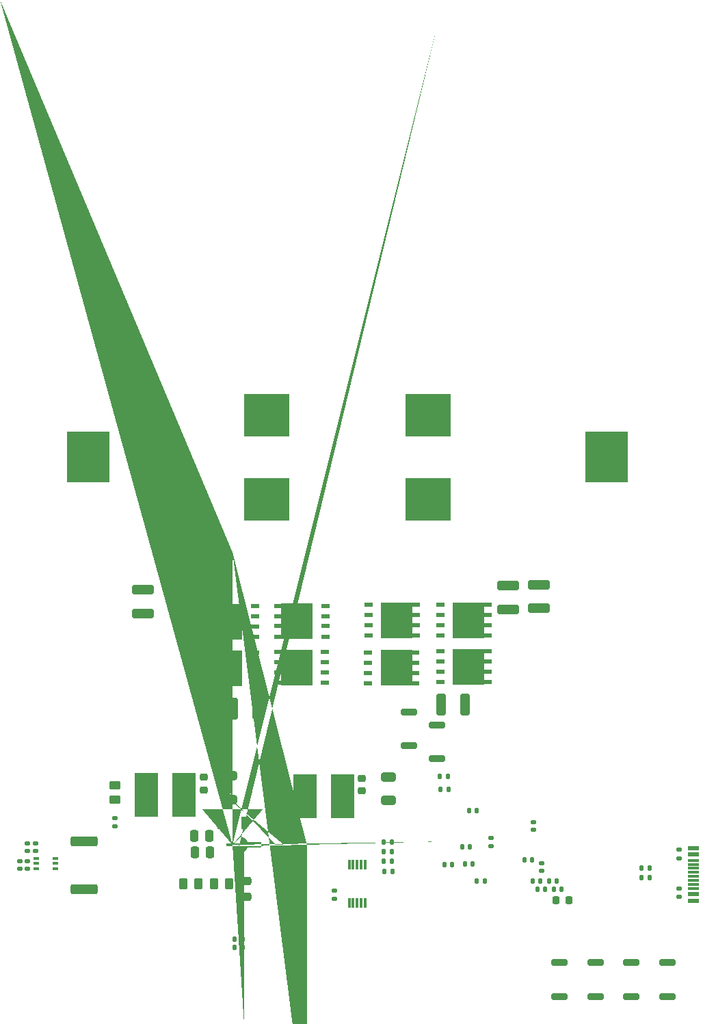
<source format=gbr>
%TF.GenerationSoftware,KiCad,Pcbnew,8.0.3*%
%TF.CreationDate,2024-07-22T22:22:07+10:00*%
%TF.ProjectId,MPPT,4d505054-2e6b-4696-9361-645f70636258,rev?*%
%TF.SameCoordinates,Original*%
%TF.FileFunction,Paste,Top*%
%TF.FilePolarity,Positive*%
%FSLAX46Y46*%
G04 Gerber Fmt 4.6, Leading zero omitted, Abs format (unit mm)*
G04 Created by KiCad (PCBNEW 8.0.3) date 2024-07-22 22:22:07*
%MOMM*%
%LPD*%
G01*
G04 APERTURE LIST*
G04 Aperture macros list*
%AMRoundRect*
0 Rectangle with rounded corners*
0 $1 Rounding radius*
0 $2 $3 $4 $5 $6 $7 $8 $9 X,Y pos of 4 corners*
0 Add a 4 corners polygon primitive as box body*
4,1,4,$2,$3,$4,$5,$6,$7,$8,$9,$2,$3,0*
0 Add four circle primitives for the rounded corners*
1,1,$1+$1,$2,$3*
1,1,$1+$1,$4,$5*
1,1,$1+$1,$6,$7*
1,1,$1+$1,$8,$9*
0 Add four rect primitives between the rounded corners*
20,1,$1+$1,$2,$3,$4,$5,0*
20,1,$1+$1,$4,$5,$6,$7,0*
20,1,$1+$1,$6,$7,$8,$9,0*
20,1,$1+$1,$8,$9,$2,$3,0*%
%AMFreePoly0*
4,1,149,1.029806,0.999029,1.079806,0.989029,1.082127,0.988507,1.120971,0.978796,1.169806,0.969029,1.172127,0.968507,1.252127,0.948507,1.262361,0.944721,1.297451,0.927176,1.332127,0.918507,1.342361,0.914721,1.422361,0.874721,1.430000,0.870000,1.466394,0.842704,1.502361,0.824721,1.515355,0.815355,1.542840,0.787870,1.580000,0.760000,1.585355,0.755355,1.705355,0.635355,
1.710000,0.630000,1.737870,0.592840,1.765355,0.565355,1.774721,0.552361,1.834721,0.432361,1.838507,0.422127,1.849039,0.380000,3.510000,0.380000,3.545355,0.365355,3.560000,0.330000,3.560000,-0.330000,3.545355,-0.365355,3.510000,-0.380000,1.849039,-0.380000,1.838507,-0.422127,1.834721,-0.432361,1.774721,-0.552361,1.765355,-0.565355,1.737870,-0.592840,1.710000,-0.630000,
1.705355,-0.635355,1.647870,-0.692840,1.620000,-0.730000,1.607735,-0.741603,1.578884,-0.760837,1.542840,-0.787870,1.515355,-0.815355,1.502361,-0.824721,1.466394,-0.842704,1.430000,-0.870000,1.422361,-0.874721,1.342361,-0.914721,1.332127,-0.918507,1.297451,-0.927176,1.262361,-0.944721,1.252127,-0.948507,1.172127,-0.968507,1.169806,-0.969029,1.120971,-0.978796,1.082127,-0.988507,
1.079806,-0.989029,1.029806,-0.999029,1.020000,-1.000000,-1.010000,-1.000000,-1.022127,-0.998507,-1.060971,-0.988796,-1.109806,-0.979029,-1.112127,-0.978507,-1.190971,-0.958796,-1.239806,-0.949029,-1.252361,-0.944721,-1.287451,-0.927176,-1.322127,-0.918507,-1.332361,-0.914721,-1.412361,-0.874721,-1.420000,-0.870000,-1.458884,-0.840837,-1.487735,-0.821603,-1.490000,-0.820000,-1.530000,-0.790000,
-1.535355,-0.785355,-1.559617,-0.761093,-1.592361,-0.744721,-1.610000,-0.730000,-1.637870,-0.692840,-1.695355,-0.635355,-1.700000,-0.630000,-1.730000,-0.590000,-1.731603,-0.587735,-1.751603,-0.557735,-1.754721,-0.552361,-1.772704,-0.516394,-1.800000,-0.480000,-1.804721,-0.472361,-1.844721,-0.392361,-1.848507,-0.382127,-1.857176,-0.347451,-1.874721,-0.312361,-1.879029,-0.299806,-1.888796,-0.250971,
-1.908507,-0.172127,-1.910000,-0.160000,-1.910000,-0.116155,-1.918507,-0.082127,-1.920000,-0.070000,-1.920000,0.070000,-1.918507,0.082127,-1.910000,0.116155,-1.910000,0.150000,-1.909029,0.159806,-1.899029,0.209806,-1.898507,0.212127,-1.878507,0.292127,-1.876424,0.298570,-1.857683,0.345421,-1.848507,0.382127,-1.844721,0.392361,-1.804721,0.472361,-1.800000,0.480000,-1.772704,0.516394,
-1.754721,0.552361,-1.751603,0.557735,-1.731603,0.587735,-1.730000,0.590000,-1.700000,0.630000,-1.695355,0.635355,-1.605355,0.725355,-1.600000,0.730000,-1.562840,0.757870,-1.535355,0.785355,-1.530000,0.790000,-1.490000,0.820000,-1.487735,0.821603,-1.458884,0.840837,-1.420000,0.870000,-1.412361,0.874721,-1.332361,0.914721,-1.322127,0.918507,-1.287451,0.927176,-1.252361,0.944721,
-1.239806,0.949029,-1.190971,0.958796,-1.112127,0.978507,-1.109806,0.979029,-1.060971,0.988796,-1.022127,0.998507,-1.010000,1.000000,1.020000,1.000000,1.029806,0.999029,1.029806,0.999029,$1*%
G04 Aperture macros list end*
%ADD10R,1.450000X0.600000*%
%ADD11R,1.450000X0.300000*%
%ADD12RoundRect,0.250000X1.100000X-0.325000X1.100000X0.325000X-1.100000X0.325000X-1.100000X-0.325000X0*%
%ADD13RoundRect,0.250000X0.325000X1.100000X-0.325000X1.100000X-0.325000X-1.100000X0.325000X-1.100000X0*%
%ADD14RoundRect,0.250000X-0.325000X-1.100000X0.325000X-1.100000X0.325000X1.100000X-0.325000X1.100000X0*%
%ADD15RoundRect,0.135000X-0.135000X-0.185000X0.135000X-0.185000X0.135000X0.185000X-0.135000X0.185000X0*%
%ADD16RoundRect,0.135000X0.135000X0.185000X-0.135000X0.185000X-0.135000X-0.185000X0.135000X-0.185000X0*%
%ADD17RoundRect,0.135000X-0.185000X0.135000X-0.185000X-0.135000X0.185000X-0.135000X0.185000X0.135000X0*%
%ADD18RoundRect,0.250000X-0.450000X0.262500X-0.450000X-0.262500X0.450000X-0.262500X0.450000X0.262500X0*%
%ADD19RoundRect,0.135000X0.185000X-0.135000X0.185000X0.135000X-0.185000X0.135000X-0.185000X-0.135000X0*%
%ADD20RoundRect,0.250000X0.262500X0.450000X-0.262500X0.450000X-0.262500X-0.450000X0.262500X-0.450000X0*%
%ADD21RoundRect,0.140000X0.140000X0.170000X-0.140000X0.170000X-0.140000X-0.170000X0.140000X-0.170000X0*%
%ADD22RoundRect,0.140000X-0.170000X0.140000X-0.170000X-0.140000X0.170000X-0.140000X0.170000X0.140000X0*%
%ADD23RoundRect,0.140000X0.170000X-0.140000X0.170000X0.140000X-0.170000X0.140000X-0.170000X-0.140000X0*%
%ADD24RoundRect,0.140000X-0.140000X-0.170000X0.140000X-0.170000X0.140000X0.170000X-0.140000X0.170000X0*%
%ADD25RoundRect,0.250000X0.475000X-0.250000X0.475000X0.250000X-0.475000X0.250000X-0.475000X-0.250000X0*%
%ADD26R,3.000000X5.500000*%
%ADD27RoundRect,0.250000X-0.650000X0.325000X-0.650000X-0.325000X0.650000X-0.325000X0.650000X0.325000X0*%
%ADD28RoundRect,0.225000X-0.250000X0.225000X-0.250000X-0.225000X0.250000X-0.225000X0.250000X0.225000X0*%
%ADD29R,0.300000X1.300000*%
%ADD30R,4.000000X4.410000*%
%ADD31R,1.000000X0.600000*%
%ADD32R,0.800000X0.400000*%
%ADD33FreePoly0,90.000000*%
%ADD34R,0.670000X1.580000*%
%ADD35RoundRect,0.200000X0.800000X-0.200000X0.800000X0.200000X-0.800000X0.200000X-0.800000X-0.200000X0*%
%ADD36RoundRect,0.200000X-0.800000X0.200000X-0.800000X-0.200000X0.800000X-0.200000X0.800000X0.200000X0*%
%ADD37RoundRect,0.250000X-1.425000X0.362500X-1.425000X-0.362500X1.425000X-0.362500X1.425000X0.362500X0*%
%ADD38RoundRect,0.147500X0.147500X0.172500X-0.147500X0.172500X-0.147500X-0.172500X0.147500X-0.172500X0*%
%ADD39R,5.590000X5.330000*%
%ADD40R,5.280000X6.350000*%
%ADD41RoundRect,0.250000X0.250000X0.475000X-0.250000X0.475000X-0.250000X-0.475000X0.250000X-0.475000X0*%
%ADD42RoundRect,0.225000X-0.225000X-0.250000X0.225000X-0.250000X0.225000X0.250000X-0.225000X0.250000X0*%
G04 APERTURE END LIST*
D10*
%TO.C,J1*%
X205815000Y-102050000D03*
X205815000Y-101250000D03*
D11*
X205815000Y-100050000D03*
X205815000Y-99050000D03*
X205815000Y-98550000D03*
X205815000Y-97550000D03*
D10*
X205815000Y-96350000D03*
X205815000Y-95550000D03*
X205815000Y-95550000D03*
X205815000Y-96350000D03*
D11*
X205815000Y-97050000D03*
X205815000Y-98050000D03*
X205815000Y-99550000D03*
X205815000Y-100550000D03*
D10*
X205815000Y-101250000D03*
X205815000Y-102050000D03*
%TD*%
D12*
%TO.C,C56*%
X186700000Y-65875000D03*
X186700000Y-62925000D03*
%TD*%
D13*
%TO.C,C55*%
X177575000Y-77800000D03*
X174625000Y-77800000D03*
%TD*%
D14*
%TO.C,C54*%
X148825000Y-78300000D03*
X151775000Y-78300000D03*
%TD*%
D12*
%TO.C,C53*%
X137700000Y-66500000D03*
X137700000Y-63550000D03*
%TD*%
%TO.C,C52*%
X142300000Y-66550000D03*
X142300000Y-63600000D03*
%TD*%
%TO.C,C51*%
X182900000Y-66000000D03*
X182900000Y-63050000D03*
%TD*%
D15*
%TO.C,R37*%
X148980000Y-106800000D03*
X150000000Y-106800000D03*
%TD*%
D16*
%TO.C,R36*%
X148980000Y-107800000D03*
X150000000Y-107800000D03*
%TD*%
D17*
%TO.C,R27*%
X134195000Y-91830120D03*
X134195000Y-92850120D03*
%TD*%
D18*
%TO.C,R26*%
X134195000Y-87737620D03*
X134195000Y-89562620D03*
%TD*%
D15*
%TO.C,R23*%
X167490000Y-94800000D03*
X168510000Y-94800000D03*
%TD*%
%TO.C,R22*%
X167580000Y-98400000D03*
X168600000Y-98400000D03*
%TD*%
%TO.C,R21*%
X167490000Y-96000000D03*
X168510000Y-96000000D03*
%TD*%
%TO.C,R20*%
X167490000Y-97200000D03*
X168510000Y-97200000D03*
%TD*%
D19*
%TO.C,R19*%
X161400000Y-101820000D03*
X161400000Y-100800000D03*
%TD*%
D16*
%TO.C,R16*%
X200400000Y-98000000D03*
X199380000Y-98000000D03*
%TD*%
%TO.C,R15*%
X200400000Y-99200000D03*
X199380000Y-99200000D03*
%TD*%
D19*
%TO.C,R14*%
X204075000Y-96790000D03*
X204075000Y-95770000D03*
%TD*%
D17*
%TO.C,R13*%
X204075000Y-100570000D03*
X204075000Y-101590000D03*
%TD*%
D20*
%TO.C,R5*%
X144512500Y-100000000D03*
X142687500Y-100000000D03*
%TD*%
%TO.C,R4*%
X148312500Y-100000000D03*
X146487500Y-100000000D03*
%TD*%
D21*
%TO.C,C43*%
X175960000Y-97600000D03*
X175000000Y-97600000D03*
%TD*%
%TO.C,C42*%
X179960000Y-99600000D03*
X179000000Y-99600000D03*
%TD*%
%TO.C,C41*%
X177200000Y-95400000D03*
X178160000Y-95400000D03*
%TD*%
%TO.C,C40*%
X177520000Y-97500000D03*
X178480000Y-97500000D03*
%TD*%
D22*
%TO.C,C39*%
X187000000Y-97400000D03*
X187000000Y-98360000D03*
%TD*%
D21*
%TO.C,C38*%
X185880000Y-97000000D03*
X184920000Y-97000000D03*
%TD*%
D23*
%TO.C,C37*%
X186000000Y-93280000D03*
X186000000Y-92320000D03*
%TD*%
%TO.C,C35*%
X180800000Y-95280000D03*
X180800000Y-94320000D03*
%TD*%
D24*
%TO.C,C31*%
X188520000Y-100600000D03*
X189480000Y-100600000D03*
%TD*%
D25*
%TO.C,C7*%
X150400000Y-101550000D03*
X150400000Y-99650000D03*
%TD*%
D26*
%TO.C,L2*%
X157715000Y-89100000D03*
X162375000Y-89100000D03*
%TD*%
D27*
%TO.C,C6*%
X168045000Y-86725000D03*
X168045000Y-89675000D03*
%TD*%
D28*
%TO.C,C5*%
X164795000Y-86900000D03*
X164795000Y-88450000D03*
%TD*%
D29*
%TO.C,U20*%
X163200000Y-102300000D03*
X163700000Y-102300000D03*
X164200000Y-102300000D03*
X164700000Y-102300000D03*
X165200000Y-102300000D03*
X165200000Y-97600000D03*
X164700000Y-97600000D03*
X164200000Y-97600000D03*
X163700000Y-97600000D03*
X163200000Y-97600000D03*
%TD*%
D30*
%TO.C,U17*%
X178010000Y-73112500D03*
D31*
X180320000Y-71202500D03*
X180320000Y-72482500D03*
X180320000Y-73742500D03*
X180320000Y-75012500D03*
X174480000Y-75012500D03*
X174480000Y-73742500D03*
X174480000Y-72482500D03*
X174480000Y-71202500D03*
%TD*%
D30*
%TO.C,U16*%
X156700000Y-73187500D03*
D31*
X154390000Y-75097500D03*
X154390000Y-73817500D03*
X154390000Y-72557500D03*
X154390000Y-71287500D03*
X160230000Y-71287500D03*
X160230000Y-72557500D03*
X160230000Y-73817500D03*
X160230000Y-75097500D03*
%TD*%
%TO.C,U15*%
X151550000Y-75167500D03*
X151550000Y-73887500D03*
X151550000Y-72627500D03*
X151550000Y-71357500D03*
X145710000Y-71357500D03*
X145710000Y-72627500D03*
X145710000Y-73887500D03*
X145710000Y-75167500D03*
D30*
X148020000Y-73257500D03*
%TD*%
D31*
%TO.C,U12*%
X165590000Y-65440000D03*
X165590000Y-66720000D03*
X165590000Y-67980000D03*
X165590000Y-69250000D03*
X171430000Y-69250000D03*
X171430000Y-67980000D03*
X171430000Y-66720000D03*
X171430000Y-65440000D03*
D30*
X169120000Y-67350000D03*
%TD*%
%TO.C,U11*%
X178000000Y-67350000D03*
D31*
X180310000Y-65440000D03*
X180310000Y-66720000D03*
X180310000Y-67980000D03*
X180310000Y-69250000D03*
X174470000Y-69250000D03*
X174470000Y-67980000D03*
X174470000Y-66720000D03*
X174470000Y-65440000D03*
%TD*%
D30*
%TO.C,U10*%
X156710000Y-67450000D03*
D31*
X154400000Y-69360000D03*
X154400000Y-68080000D03*
X154400000Y-66820000D03*
X154400000Y-65550000D03*
X160240000Y-65550000D03*
X160240000Y-66820000D03*
X160240000Y-68080000D03*
X160240000Y-69360000D03*
%TD*%
%TO.C,U9*%
X151545000Y-69412500D03*
X151545000Y-68132500D03*
X151545000Y-66872500D03*
X151545000Y-65602500D03*
X145705000Y-65602500D03*
X145705000Y-66872500D03*
X145705000Y-68132500D03*
X145705000Y-69412500D03*
D30*
X148015000Y-67502500D03*
%TD*%
D32*
%TO.C,U8*%
X124495000Y-97450120D03*
X126795000Y-97450120D03*
X126795000Y-96800120D03*
X126795000Y-98100120D03*
X124495000Y-98100120D03*
X124495000Y-96800120D03*
%TD*%
D33*
%TO.C,U6*%
X148722500Y-95147500D03*
D34*
X147222500Y-92427500D03*
X150222500Y-92427500D03*
%TD*%
D35*
%TO.C,SW6*%
X202600000Y-109700000D03*
X202600000Y-113900000D03*
%TD*%
%TO.C,SW5*%
X198150000Y-109700000D03*
X198150000Y-113900000D03*
%TD*%
%TO.C,SW4*%
X193700000Y-109700000D03*
X193700000Y-113900000D03*
%TD*%
%TO.C,SW3*%
X189250000Y-109700000D03*
X189250000Y-113900000D03*
%TD*%
D36*
%TO.C,SW2*%
X170600000Y-78700000D03*
X170600000Y-82900000D03*
%TD*%
%TO.C,SW1*%
X174100000Y-80300000D03*
X174100000Y-84500000D03*
%TD*%
D37*
%TO.C,R28*%
X130395000Y-94700120D03*
X130395000Y-100625120D03*
%TD*%
D16*
%TO.C,R12*%
X175510000Y-88300000D03*
X174490000Y-88300000D03*
%TD*%
D38*
%TO.C,L5*%
X187485000Y-100600000D03*
X186515000Y-100600000D03*
%TD*%
D39*
%TO.C,L4*%
X173000000Y-52370000D03*
D40*
X195080000Y-47150000D03*
D39*
X173000000Y-41930000D03*
%TD*%
D26*
%TO.C,L3*%
X138082500Y-88987500D03*
X142742500Y-88987500D03*
%TD*%
D39*
%TO.C,L1*%
X153000000Y-41930000D03*
D40*
X130920000Y-47150000D03*
D39*
X153000000Y-52370000D03*
%TD*%
D23*
%TO.C,C46*%
X122395000Y-98110120D03*
X122395000Y-97150120D03*
%TD*%
%TO.C,C45*%
X123395000Y-98110120D03*
X123395000Y-97150120D03*
%TD*%
D41*
%TO.C,C44*%
X144072500Y-96027500D03*
X145972500Y-96027500D03*
%TD*%
D15*
%TO.C,C36*%
X174380000Y-86700000D03*
X175400000Y-86700000D03*
%TD*%
D42*
%TO.C,C34*%
X188825000Y-102000000D03*
X190375000Y-102000000D03*
%TD*%
D24*
%TO.C,C30*%
X187920000Y-99600000D03*
X188880000Y-99600000D03*
%TD*%
%TO.C,C29*%
X185920000Y-99600000D03*
X186880000Y-99600000D03*
%TD*%
D27*
%TO.C,C23*%
X148412500Y-86612500D03*
X148412500Y-89562500D03*
%TD*%
D28*
%TO.C,C22*%
X145162500Y-86787500D03*
X145162500Y-88337500D03*
%TD*%
D23*
%TO.C,C11*%
X123395000Y-95910120D03*
X123395000Y-94950120D03*
%TD*%
%TO.C,C10*%
X124395000Y-95930120D03*
X124395000Y-94970120D03*
%TD*%
D41*
%TO.C,C4*%
X144022500Y-94027500D03*
X145922500Y-94027500D03*
%TD*%
D30*
%TO.C,U18*%
X169090000Y-73230000D03*
D31*
X171400000Y-71320000D03*
X171400000Y-72600000D03*
X171400000Y-73860000D03*
X171400000Y-75130000D03*
X165560000Y-75130000D03*
X165560000Y-73860000D03*
X165560000Y-72600000D03*
X165560000Y-71320000D03*
%TD*%
D21*
%TO.C,C28*%
X179000000Y-90900000D03*
X178040000Y-90900000D03*
%TD*%
M02*

</source>
